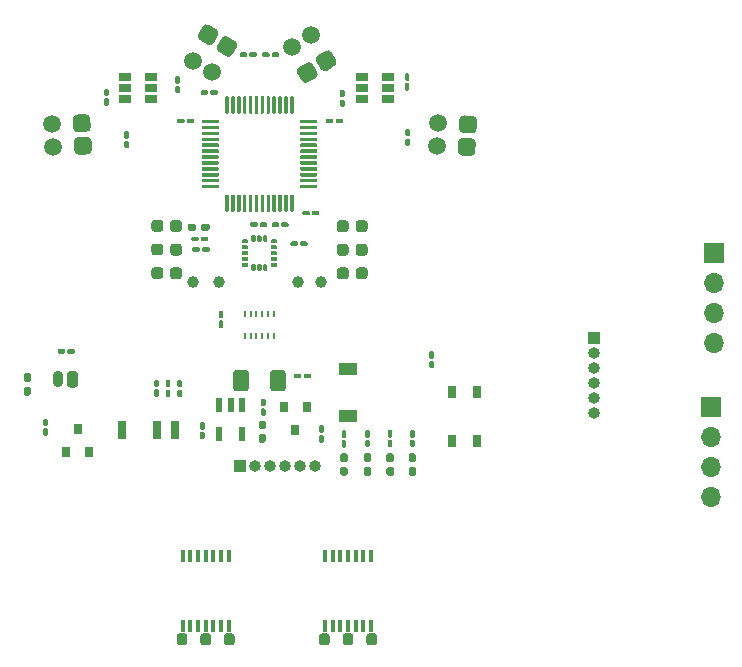
<source format=gts>
G04 #@! TF.GenerationSoftware,KiCad,Pcbnew,(5.1.7)-1*
G04 #@! TF.CreationDate,2021-12-01T00:11:57+09:00*
G04 #@! TF.ProjectId,lapis,6c617069-732e-46b6-9963-61645f706362,rev?*
G04 #@! TF.SameCoordinates,Original*
G04 #@! TF.FileFunction,Soldermask,Top*
G04 #@! TF.FilePolarity,Negative*
%FSLAX46Y46*%
G04 Gerber Fmt 4.6, Leading zero omitted, Abs format (unit mm)*
G04 Created by KiCad (PCBNEW (5.1.7)-1) date 2021-12-01 00:11:57*
%MOMM*%
%LPD*%
G01*
G04 APERTURE LIST*
%ADD10O,1.700000X1.700000*%
%ADD11R,1.700000X1.700000*%
%ADD12O,1.000000X1.000000*%
%ADD13R,1.000000X1.000000*%
%ADD14C,1.000000*%
%ADD15R,1.060000X0.650000*%
%ADD16R,0.650000X1.050000*%
%ADD17C,1.500000*%
%ADD18R,0.800000X0.900000*%
%ADD19R,1.600000X1.000000*%
%ADD20O,0.900000X1.400000*%
%ADD21R,0.450000X1.000000*%
%ADD22R,0.250000X0.500000*%
%ADD23R,0.600000X1.200000*%
%ADD24R,0.700000X1.500000*%
G04 APERTURE END LIST*
G36*
G01*
X158300000Y-119610000D02*
X158100000Y-119610000D01*
G75*
G02*
X158000000Y-119510000I0J100000D01*
G01*
X158000000Y-119075000D01*
G75*
G02*
X158100000Y-118975000I100000J0D01*
G01*
X158300000Y-118975000D01*
G75*
G02*
X158400000Y-119075000I0J-100000D01*
G01*
X158400000Y-119510000D01*
G75*
G02*
X158300000Y-119610000I-100000J0D01*
G01*
G37*
G36*
G01*
X158300000Y-120425000D02*
X158100000Y-120425000D01*
G75*
G02*
X158000000Y-120325000I0J100000D01*
G01*
X158000000Y-119890000D01*
G75*
G02*
X158100000Y-119790000I100000J0D01*
G01*
X158300000Y-119790000D01*
G75*
G02*
X158400000Y-119890000I0J-100000D01*
G01*
X158400000Y-120325000D01*
G75*
G02*
X158300000Y-120425000I-100000J0D01*
G01*
G37*
G36*
G01*
X156400000Y-119610000D02*
X156200000Y-119610000D01*
G75*
G02*
X156100000Y-119510000I0J100000D01*
G01*
X156100000Y-119075000D01*
G75*
G02*
X156200000Y-118975000I100000J0D01*
G01*
X156400000Y-118975000D01*
G75*
G02*
X156500000Y-119075000I0J-100000D01*
G01*
X156500000Y-119510000D01*
G75*
G02*
X156400000Y-119610000I-100000J0D01*
G01*
G37*
G36*
G01*
X156400000Y-120425000D02*
X156200000Y-120425000D01*
G75*
G02*
X156100000Y-120325000I0J100000D01*
G01*
X156100000Y-119890000D01*
G75*
G02*
X156200000Y-119790000I100000J0D01*
G01*
X156400000Y-119790000D01*
G75*
G02*
X156500000Y-119890000I0J-100000D01*
G01*
X156500000Y-120325000D01*
G75*
G02*
X156400000Y-120425000I-100000J0D01*
G01*
G37*
G36*
G01*
X154500000Y-119610000D02*
X154300000Y-119610000D01*
G75*
G02*
X154200000Y-119510000I0J100000D01*
G01*
X154200000Y-119075000D01*
G75*
G02*
X154300000Y-118975000I100000J0D01*
G01*
X154500000Y-118975000D01*
G75*
G02*
X154600000Y-119075000I0J-100000D01*
G01*
X154600000Y-119510000D01*
G75*
G02*
X154500000Y-119610000I-100000J0D01*
G01*
G37*
G36*
G01*
X154500000Y-120425000D02*
X154300000Y-120425000D01*
G75*
G02*
X154200000Y-120325000I0J100000D01*
G01*
X154200000Y-119890000D01*
G75*
G02*
X154300000Y-119790000I100000J0D01*
G01*
X154500000Y-119790000D01*
G75*
G02*
X154600000Y-119890000I0J-100000D01*
G01*
X154600000Y-120325000D01*
G75*
G02*
X154500000Y-120425000I-100000J0D01*
G01*
G37*
G36*
G01*
X152500000Y-119642500D02*
X152300000Y-119642500D01*
G75*
G02*
X152200000Y-119542500I0J100000D01*
G01*
X152200000Y-119107500D01*
G75*
G02*
X152300000Y-119007500I100000J0D01*
G01*
X152500000Y-119007500D01*
G75*
G02*
X152600000Y-119107500I0J-100000D01*
G01*
X152600000Y-119542500D01*
G75*
G02*
X152500000Y-119642500I-100000J0D01*
G01*
G37*
G36*
G01*
X152500000Y-120457500D02*
X152300000Y-120457500D01*
G75*
G02*
X152200000Y-120357500I0J100000D01*
G01*
X152200000Y-119922500D01*
G75*
G02*
X152300000Y-119822500I100000J0D01*
G01*
X152500000Y-119822500D01*
G75*
G02*
X152600000Y-119922500I0J-100000D01*
G01*
X152600000Y-120357500D01*
G75*
G02*
X152500000Y-120457500I-100000J0D01*
G01*
G37*
G36*
G01*
X142350000Y-92110000D02*
X142350000Y-90785000D01*
G75*
G02*
X142425000Y-90710000I75000J0D01*
G01*
X142575000Y-90710000D01*
G75*
G02*
X142650000Y-90785000I0J-75000D01*
G01*
X142650000Y-92110000D01*
G75*
G02*
X142575000Y-92185000I-75000J0D01*
G01*
X142425000Y-92185000D01*
G75*
G02*
X142350000Y-92110000I0J75000D01*
G01*
G37*
G36*
G01*
X142850000Y-92110000D02*
X142850000Y-90785000D01*
G75*
G02*
X142925000Y-90710000I75000J0D01*
G01*
X143075000Y-90710000D01*
G75*
G02*
X143150000Y-90785000I0J-75000D01*
G01*
X143150000Y-92110000D01*
G75*
G02*
X143075000Y-92185000I-75000J0D01*
G01*
X142925000Y-92185000D01*
G75*
G02*
X142850000Y-92110000I0J75000D01*
G01*
G37*
G36*
G01*
X143350000Y-92110000D02*
X143350000Y-90785000D01*
G75*
G02*
X143425000Y-90710000I75000J0D01*
G01*
X143575000Y-90710000D01*
G75*
G02*
X143650000Y-90785000I0J-75000D01*
G01*
X143650000Y-92110000D01*
G75*
G02*
X143575000Y-92185000I-75000J0D01*
G01*
X143425000Y-92185000D01*
G75*
G02*
X143350000Y-92110000I0J75000D01*
G01*
G37*
G36*
G01*
X143850000Y-92110000D02*
X143850000Y-90785000D01*
G75*
G02*
X143925000Y-90710000I75000J0D01*
G01*
X144075000Y-90710000D01*
G75*
G02*
X144150000Y-90785000I0J-75000D01*
G01*
X144150000Y-92110000D01*
G75*
G02*
X144075000Y-92185000I-75000J0D01*
G01*
X143925000Y-92185000D01*
G75*
G02*
X143850000Y-92110000I0J75000D01*
G01*
G37*
G36*
G01*
X144350000Y-92110000D02*
X144350000Y-90785000D01*
G75*
G02*
X144425000Y-90710000I75000J0D01*
G01*
X144575000Y-90710000D01*
G75*
G02*
X144650000Y-90785000I0J-75000D01*
G01*
X144650000Y-92110000D01*
G75*
G02*
X144575000Y-92185000I-75000J0D01*
G01*
X144425000Y-92185000D01*
G75*
G02*
X144350000Y-92110000I0J75000D01*
G01*
G37*
G36*
G01*
X144850000Y-92110000D02*
X144850000Y-90785000D01*
G75*
G02*
X144925000Y-90710000I75000J0D01*
G01*
X145075000Y-90710000D01*
G75*
G02*
X145150000Y-90785000I0J-75000D01*
G01*
X145150000Y-92110000D01*
G75*
G02*
X145075000Y-92185000I-75000J0D01*
G01*
X144925000Y-92185000D01*
G75*
G02*
X144850000Y-92110000I0J75000D01*
G01*
G37*
G36*
G01*
X145350000Y-92110000D02*
X145350000Y-90785000D01*
G75*
G02*
X145425000Y-90710000I75000J0D01*
G01*
X145575000Y-90710000D01*
G75*
G02*
X145650000Y-90785000I0J-75000D01*
G01*
X145650000Y-92110000D01*
G75*
G02*
X145575000Y-92185000I-75000J0D01*
G01*
X145425000Y-92185000D01*
G75*
G02*
X145350000Y-92110000I0J75000D01*
G01*
G37*
G36*
G01*
X145850000Y-92110000D02*
X145850000Y-90785000D01*
G75*
G02*
X145925000Y-90710000I75000J0D01*
G01*
X146075000Y-90710000D01*
G75*
G02*
X146150000Y-90785000I0J-75000D01*
G01*
X146150000Y-92110000D01*
G75*
G02*
X146075000Y-92185000I-75000J0D01*
G01*
X145925000Y-92185000D01*
G75*
G02*
X145850000Y-92110000I0J75000D01*
G01*
G37*
G36*
G01*
X146350000Y-92110000D02*
X146350000Y-90785000D01*
G75*
G02*
X146425000Y-90710000I75000J0D01*
G01*
X146575000Y-90710000D01*
G75*
G02*
X146650000Y-90785000I0J-75000D01*
G01*
X146650000Y-92110000D01*
G75*
G02*
X146575000Y-92185000I-75000J0D01*
G01*
X146425000Y-92185000D01*
G75*
G02*
X146350000Y-92110000I0J75000D01*
G01*
G37*
G36*
G01*
X146850000Y-92110000D02*
X146850000Y-90785000D01*
G75*
G02*
X146925000Y-90710000I75000J0D01*
G01*
X147075000Y-90710000D01*
G75*
G02*
X147150000Y-90785000I0J-75000D01*
G01*
X147150000Y-92110000D01*
G75*
G02*
X147075000Y-92185000I-75000J0D01*
G01*
X146925000Y-92185000D01*
G75*
G02*
X146850000Y-92110000I0J75000D01*
G01*
G37*
G36*
G01*
X147350000Y-92110000D02*
X147350000Y-90785000D01*
G75*
G02*
X147425000Y-90710000I75000J0D01*
G01*
X147575000Y-90710000D01*
G75*
G02*
X147650000Y-90785000I0J-75000D01*
G01*
X147650000Y-92110000D01*
G75*
G02*
X147575000Y-92185000I-75000J0D01*
G01*
X147425000Y-92185000D01*
G75*
G02*
X147350000Y-92110000I0J75000D01*
G01*
G37*
G36*
G01*
X147850000Y-92110000D02*
X147850000Y-90785000D01*
G75*
G02*
X147925000Y-90710000I75000J0D01*
G01*
X148075000Y-90710000D01*
G75*
G02*
X148150000Y-90785000I0J-75000D01*
G01*
X148150000Y-92110000D01*
G75*
G02*
X148075000Y-92185000I-75000J0D01*
G01*
X147925000Y-92185000D01*
G75*
G02*
X147850000Y-92110000I0J75000D01*
G01*
G37*
G36*
G01*
X148675000Y-92935000D02*
X148675000Y-92785000D01*
G75*
G02*
X148750000Y-92710000I75000J0D01*
G01*
X150075000Y-92710000D01*
G75*
G02*
X150150000Y-92785000I0J-75000D01*
G01*
X150150000Y-92935000D01*
G75*
G02*
X150075000Y-93010000I-75000J0D01*
G01*
X148750000Y-93010000D01*
G75*
G02*
X148675000Y-92935000I0J75000D01*
G01*
G37*
G36*
G01*
X148675000Y-93435000D02*
X148675000Y-93285000D01*
G75*
G02*
X148750000Y-93210000I75000J0D01*
G01*
X150075000Y-93210000D01*
G75*
G02*
X150150000Y-93285000I0J-75000D01*
G01*
X150150000Y-93435000D01*
G75*
G02*
X150075000Y-93510000I-75000J0D01*
G01*
X148750000Y-93510000D01*
G75*
G02*
X148675000Y-93435000I0J75000D01*
G01*
G37*
G36*
G01*
X148675000Y-93935000D02*
X148675000Y-93785000D01*
G75*
G02*
X148750000Y-93710000I75000J0D01*
G01*
X150075000Y-93710000D01*
G75*
G02*
X150150000Y-93785000I0J-75000D01*
G01*
X150150000Y-93935000D01*
G75*
G02*
X150075000Y-94010000I-75000J0D01*
G01*
X148750000Y-94010000D01*
G75*
G02*
X148675000Y-93935000I0J75000D01*
G01*
G37*
G36*
G01*
X148675000Y-94435000D02*
X148675000Y-94285000D01*
G75*
G02*
X148750000Y-94210000I75000J0D01*
G01*
X150075000Y-94210000D01*
G75*
G02*
X150150000Y-94285000I0J-75000D01*
G01*
X150150000Y-94435000D01*
G75*
G02*
X150075000Y-94510000I-75000J0D01*
G01*
X148750000Y-94510000D01*
G75*
G02*
X148675000Y-94435000I0J75000D01*
G01*
G37*
G36*
G01*
X148675000Y-94935000D02*
X148675000Y-94785000D01*
G75*
G02*
X148750000Y-94710000I75000J0D01*
G01*
X150075000Y-94710000D01*
G75*
G02*
X150150000Y-94785000I0J-75000D01*
G01*
X150150000Y-94935000D01*
G75*
G02*
X150075000Y-95010000I-75000J0D01*
G01*
X148750000Y-95010000D01*
G75*
G02*
X148675000Y-94935000I0J75000D01*
G01*
G37*
G36*
G01*
X148675000Y-95435000D02*
X148675000Y-95285000D01*
G75*
G02*
X148750000Y-95210000I75000J0D01*
G01*
X150075000Y-95210000D01*
G75*
G02*
X150150000Y-95285000I0J-75000D01*
G01*
X150150000Y-95435000D01*
G75*
G02*
X150075000Y-95510000I-75000J0D01*
G01*
X148750000Y-95510000D01*
G75*
G02*
X148675000Y-95435000I0J75000D01*
G01*
G37*
G36*
G01*
X148675000Y-95935000D02*
X148675000Y-95785000D01*
G75*
G02*
X148750000Y-95710000I75000J0D01*
G01*
X150075000Y-95710000D01*
G75*
G02*
X150150000Y-95785000I0J-75000D01*
G01*
X150150000Y-95935000D01*
G75*
G02*
X150075000Y-96010000I-75000J0D01*
G01*
X148750000Y-96010000D01*
G75*
G02*
X148675000Y-95935000I0J75000D01*
G01*
G37*
G36*
G01*
X148675000Y-96435000D02*
X148675000Y-96285000D01*
G75*
G02*
X148750000Y-96210000I75000J0D01*
G01*
X150075000Y-96210000D01*
G75*
G02*
X150150000Y-96285000I0J-75000D01*
G01*
X150150000Y-96435000D01*
G75*
G02*
X150075000Y-96510000I-75000J0D01*
G01*
X148750000Y-96510000D01*
G75*
G02*
X148675000Y-96435000I0J75000D01*
G01*
G37*
G36*
G01*
X148675000Y-96935000D02*
X148675000Y-96785000D01*
G75*
G02*
X148750000Y-96710000I75000J0D01*
G01*
X150075000Y-96710000D01*
G75*
G02*
X150150000Y-96785000I0J-75000D01*
G01*
X150150000Y-96935000D01*
G75*
G02*
X150075000Y-97010000I-75000J0D01*
G01*
X148750000Y-97010000D01*
G75*
G02*
X148675000Y-96935000I0J75000D01*
G01*
G37*
G36*
G01*
X148675000Y-97435000D02*
X148675000Y-97285000D01*
G75*
G02*
X148750000Y-97210000I75000J0D01*
G01*
X150075000Y-97210000D01*
G75*
G02*
X150150000Y-97285000I0J-75000D01*
G01*
X150150000Y-97435000D01*
G75*
G02*
X150075000Y-97510000I-75000J0D01*
G01*
X148750000Y-97510000D01*
G75*
G02*
X148675000Y-97435000I0J75000D01*
G01*
G37*
G36*
G01*
X148675000Y-97935000D02*
X148675000Y-97785000D01*
G75*
G02*
X148750000Y-97710000I75000J0D01*
G01*
X150075000Y-97710000D01*
G75*
G02*
X150150000Y-97785000I0J-75000D01*
G01*
X150150000Y-97935000D01*
G75*
G02*
X150075000Y-98010000I-75000J0D01*
G01*
X148750000Y-98010000D01*
G75*
G02*
X148675000Y-97935000I0J75000D01*
G01*
G37*
G36*
G01*
X148675000Y-98435000D02*
X148675000Y-98285000D01*
G75*
G02*
X148750000Y-98210000I75000J0D01*
G01*
X150075000Y-98210000D01*
G75*
G02*
X150150000Y-98285000I0J-75000D01*
G01*
X150150000Y-98435000D01*
G75*
G02*
X150075000Y-98510000I-75000J0D01*
G01*
X148750000Y-98510000D01*
G75*
G02*
X148675000Y-98435000I0J75000D01*
G01*
G37*
G36*
G01*
X147850000Y-100435000D02*
X147850000Y-99110000D01*
G75*
G02*
X147925000Y-99035000I75000J0D01*
G01*
X148075000Y-99035000D01*
G75*
G02*
X148150000Y-99110000I0J-75000D01*
G01*
X148150000Y-100435000D01*
G75*
G02*
X148075000Y-100510000I-75000J0D01*
G01*
X147925000Y-100510000D01*
G75*
G02*
X147850000Y-100435000I0J75000D01*
G01*
G37*
G36*
G01*
X147350000Y-100435000D02*
X147350000Y-99110000D01*
G75*
G02*
X147425000Y-99035000I75000J0D01*
G01*
X147575000Y-99035000D01*
G75*
G02*
X147650000Y-99110000I0J-75000D01*
G01*
X147650000Y-100435000D01*
G75*
G02*
X147575000Y-100510000I-75000J0D01*
G01*
X147425000Y-100510000D01*
G75*
G02*
X147350000Y-100435000I0J75000D01*
G01*
G37*
G36*
G01*
X146850000Y-100435000D02*
X146850000Y-99110000D01*
G75*
G02*
X146925000Y-99035000I75000J0D01*
G01*
X147075000Y-99035000D01*
G75*
G02*
X147150000Y-99110000I0J-75000D01*
G01*
X147150000Y-100435000D01*
G75*
G02*
X147075000Y-100510000I-75000J0D01*
G01*
X146925000Y-100510000D01*
G75*
G02*
X146850000Y-100435000I0J75000D01*
G01*
G37*
G36*
G01*
X146350000Y-100435000D02*
X146350000Y-99110000D01*
G75*
G02*
X146425000Y-99035000I75000J0D01*
G01*
X146575000Y-99035000D01*
G75*
G02*
X146650000Y-99110000I0J-75000D01*
G01*
X146650000Y-100435000D01*
G75*
G02*
X146575000Y-100510000I-75000J0D01*
G01*
X146425000Y-100510000D01*
G75*
G02*
X146350000Y-100435000I0J75000D01*
G01*
G37*
G36*
G01*
X145850000Y-100435000D02*
X145850000Y-99110000D01*
G75*
G02*
X145925000Y-99035000I75000J0D01*
G01*
X146075000Y-99035000D01*
G75*
G02*
X146150000Y-99110000I0J-75000D01*
G01*
X146150000Y-100435000D01*
G75*
G02*
X146075000Y-100510000I-75000J0D01*
G01*
X145925000Y-100510000D01*
G75*
G02*
X145850000Y-100435000I0J75000D01*
G01*
G37*
G36*
G01*
X145350000Y-100435000D02*
X145350000Y-99110000D01*
G75*
G02*
X145425000Y-99035000I75000J0D01*
G01*
X145575000Y-99035000D01*
G75*
G02*
X145650000Y-99110000I0J-75000D01*
G01*
X145650000Y-100435000D01*
G75*
G02*
X145575000Y-100510000I-75000J0D01*
G01*
X145425000Y-100510000D01*
G75*
G02*
X145350000Y-100435000I0J75000D01*
G01*
G37*
G36*
G01*
X144850000Y-100435000D02*
X144850000Y-99110000D01*
G75*
G02*
X144925000Y-99035000I75000J0D01*
G01*
X145075000Y-99035000D01*
G75*
G02*
X145150000Y-99110000I0J-75000D01*
G01*
X145150000Y-100435000D01*
G75*
G02*
X145075000Y-100510000I-75000J0D01*
G01*
X144925000Y-100510000D01*
G75*
G02*
X144850000Y-100435000I0J75000D01*
G01*
G37*
G36*
G01*
X144350000Y-100435000D02*
X144350000Y-99110000D01*
G75*
G02*
X144425000Y-99035000I75000J0D01*
G01*
X144575000Y-99035000D01*
G75*
G02*
X144650000Y-99110000I0J-75000D01*
G01*
X144650000Y-100435000D01*
G75*
G02*
X144575000Y-100510000I-75000J0D01*
G01*
X144425000Y-100510000D01*
G75*
G02*
X144350000Y-100435000I0J75000D01*
G01*
G37*
G36*
G01*
X143850000Y-100435000D02*
X143850000Y-99110000D01*
G75*
G02*
X143925000Y-99035000I75000J0D01*
G01*
X144075000Y-99035000D01*
G75*
G02*
X144150000Y-99110000I0J-75000D01*
G01*
X144150000Y-100435000D01*
G75*
G02*
X144075000Y-100510000I-75000J0D01*
G01*
X143925000Y-100510000D01*
G75*
G02*
X143850000Y-100435000I0J75000D01*
G01*
G37*
G36*
G01*
X143350000Y-100435000D02*
X143350000Y-99110000D01*
G75*
G02*
X143425000Y-99035000I75000J0D01*
G01*
X143575000Y-99035000D01*
G75*
G02*
X143650000Y-99110000I0J-75000D01*
G01*
X143650000Y-100435000D01*
G75*
G02*
X143575000Y-100510000I-75000J0D01*
G01*
X143425000Y-100510000D01*
G75*
G02*
X143350000Y-100435000I0J75000D01*
G01*
G37*
G36*
G01*
X142850000Y-100435000D02*
X142850000Y-99110000D01*
G75*
G02*
X142925000Y-99035000I75000J0D01*
G01*
X143075000Y-99035000D01*
G75*
G02*
X143150000Y-99110000I0J-75000D01*
G01*
X143150000Y-100435000D01*
G75*
G02*
X143075000Y-100510000I-75000J0D01*
G01*
X142925000Y-100510000D01*
G75*
G02*
X142850000Y-100435000I0J75000D01*
G01*
G37*
G36*
G01*
X142350000Y-100435000D02*
X142350000Y-99110000D01*
G75*
G02*
X142425000Y-99035000I75000J0D01*
G01*
X142575000Y-99035000D01*
G75*
G02*
X142650000Y-99110000I0J-75000D01*
G01*
X142650000Y-100435000D01*
G75*
G02*
X142575000Y-100510000I-75000J0D01*
G01*
X142425000Y-100510000D01*
G75*
G02*
X142350000Y-100435000I0J75000D01*
G01*
G37*
G36*
G01*
X140350000Y-98435000D02*
X140350000Y-98285000D01*
G75*
G02*
X140425000Y-98210000I75000J0D01*
G01*
X141750000Y-98210000D01*
G75*
G02*
X141825000Y-98285000I0J-75000D01*
G01*
X141825000Y-98435000D01*
G75*
G02*
X141750000Y-98510000I-75000J0D01*
G01*
X140425000Y-98510000D01*
G75*
G02*
X140350000Y-98435000I0J75000D01*
G01*
G37*
G36*
G01*
X140350000Y-97935000D02*
X140350000Y-97785000D01*
G75*
G02*
X140425000Y-97710000I75000J0D01*
G01*
X141750000Y-97710000D01*
G75*
G02*
X141825000Y-97785000I0J-75000D01*
G01*
X141825000Y-97935000D01*
G75*
G02*
X141750000Y-98010000I-75000J0D01*
G01*
X140425000Y-98010000D01*
G75*
G02*
X140350000Y-97935000I0J75000D01*
G01*
G37*
G36*
G01*
X140350000Y-97435000D02*
X140350000Y-97285000D01*
G75*
G02*
X140425000Y-97210000I75000J0D01*
G01*
X141750000Y-97210000D01*
G75*
G02*
X141825000Y-97285000I0J-75000D01*
G01*
X141825000Y-97435000D01*
G75*
G02*
X141750000Y-97510000I-75000J0D01*
G01*
X140425000Y-97510000D01*
G75*
G02*
X140350000Y-97435000I0J75000D01*
G01*
G37*
G36*
G01*
X140350000Y-96935000D02*
X140350000Y-96785000D01*
G75*
G02*
X140425000Y-96710000I75000J0D01*
G01*
X141750000Y-96710000D01*
G75*
G02*
X141825000Y-96785000I0J-75000D01*
G01*
X141825000Y-96935000D01*
G75*
G02*
X141750000Y-97010000I-75000J0D01*
G01*
X140425000Y-97010000D01*
G75*
G02*
X140350000Y-96935000I0J75000D01*
G01*
G37*
G36*
G01*
X140350000Y-96435000D02*
X140350000Y-96285000D01*
G75*
G02*
X140425000Y-96210000I75000J0D01*
G01*
X141750000Y-96210000D01*
G75*
G02*
X141825000Y-96285000I0J-75000D01*
G01*
X141825000Y-96435000D01*
G75*
G02*
X141750000Y-96510000I-75000J0D01*
G01*
X140425000Y-96510000D01*
G75*
G02*
X140350000Y-96435000I0J75000D01*
G01*
G37*
G36*
G01*
X140350000Y-95935000D02*
X140350000Y-95785000D01*
G75*
G02*
X140425000Y-95710000I75000J0D01*
G01*
X141750000Y-95710000D01*
G75*
G02*
X141825000Y-95785000I0J-75000D01*
G01*
X141825000Y-95935000D01*
G75*
G02*
X141750000Y-96010000I-75000J0D01*
G01*
X140425000Y-96010000D01*
G75*
G02*
X140350000Y-95935000I0J75000D01*
G01*
G37*
G36*
G01*
X140350000Y-95435000D02*
X140350000Y-95285000D01*
G75*
G02*
X140425000Y-95210000I75000J0D01*
G01*
X141750000Y-95210000D01*
G75*
G02*
X141825000Y-95285000I0J-75000D01*
G01*
X141825000Y-95435000D01*
G75*
G02*
X141750000Y-95510000I-75000J0D01*
G01*
X140425000Y-95510000D01*
G75*
G02*
X140350000Y-95435000I0J75000D01*
G01*
G37*
G36*
G01*
X140350000Y-94935000D02*
X140350000Y-94785000D01*
G75*
G02*
X140425000Y-94710000I75000J0D01*
G01*
X141750000Y-94710000D01*
G75*
G02*
X141825000Y-94785000I0J-75000D01*
G01*
X141825000Y-94935000D01*
G75*
G02*
X141750000Y-95010000I-75000J0D01*
G01*
X140425000Y-95010000D01*
G75*
G02*
X140350000Y-94935000I0J75000D01*
G01*
G37*
G36*
G01*
X140350000Y-94435000D02*
X140350000Y-94285000D01*
G75*
G02*
X140425000Y-94210000I75000J0D01*
G01*
X141750000Y-94210000D01*
G75*
G02*
X141825000Y-94285000I0J-75000D01*
G01*
X141825000Y-94435000D01*
G75*
G02*
X141750000Y-94510000I-75000J0D01*
G01*
X140425000Y-94510000D01*
G75*
G02*
X140350000Y-94435000I0J75000D01*
G01*
G37*
G36*
G01*
X140350000Y-93935000D02*
X140350000Y-93785000D01*
G75*
G02*
X140425000Y-93710000I75000J0D01*
G01*
X141750000Y-93710000D01*
G75*
G02*
X141825000Y-93785000I0J-75000D01*
G01*
X141825000Y-93935000D01*
G75*
G02*
X141750000Y-94010000I-75000J0D01*
G01*
X140425000Y-94010000D01*
G75*
G02*
X140350000Y-93935000I0J75000D01*
G01*
G37*
G36*
G01*
X140350000Y-93435000D02*
X140350000Y-93285000D01*
G75*
G02*
X140425000Y-93210000I75000J0D01*
G01*
X141750000Y-93210000D01*
G75*
G02*
X141825000Y-93285000I0J-75000D01*
G01*
X141825000Y-93435000D01*
G75*
G02*
X141750000Y-93510000I-75000J0D01*
G01*
X140425000Y-93510000D01*
G75*
G02*
X140350000Y-93435000I0J75000D01*
G01*
G37*
G36*
G01*
X140350000Y-92935000D02*
X140350000Y-92785000D01*
G75*
G02*
X140425000Y-92710000I75000J0D01*
G01*
X141750000Y-92710000D01*
G75*
G02*
X141825000Y-92785000I0J-75000D01*
G01*
X141825000Y-92935000D01*
G75*
G02*
X141750000Y-93010000I-75000J0D01*
G01*
X140425000Y-93010000D01*
G75*
G02*
X140350000Y-92935000I0J75000D01*
G01*
G37*
G36*
G01*
X149697500Y-100700000D02*
X149697500Y-100500000D01*
G75*
G02*
X149797500Y-100400000I100000J0D01*
G01*
X150232500Y-100400000D01*
G75*
G02*
X150332500Y-100500000I0J-100000D01*
G01*
X150332500Y-100700000D01*
G75*
G02*
X150232500Y-100800000I-100000J0D01*
G01*
X149797500Y-100800000D01*
G75*
G02*
X149697500Y-100700000I0J100000D01*
G01*
G37*
G36*
G01*
X148882500Y-100700000D02*
X148882500Y-100500000D01*
G75*
G02*
X148982500Y-100400000I100000J0D01*
G01*
X149417500Y-100400000D01*
G75*
G02*
X149517500Y-100500000I0J-100000D01*
G01*
X149517500Y-100700000D01*
G75*
G02*
X149417500Y-100800000I-100000J0D01*
G01*
X148982500Y-100800000D01*
G75*
G02*
X148882500Y-100700000I0J100000D01*
G01*
G37*
D10*
X183500000Y-124620000D03*
X183500000Y-122080000D03*
X183500000Y-119540000D03*
D11*
X183500000Y-117000000D03*
D10*
X183750000Y-111620000D03*
X183750000Y-109080000D03*
X183750000Y-106540000D03*
D11*
X183750000Y-104000000D03*
D12*
X173550000Y-117525000D03*
X173550000Y-116255000D03*
X173550000Y-114985000D03*
X173550000Y-113715000D03*
X173550000Y-112445000D03*
D13*
X173550000Y-111175000D03*
G36*
G01*
X140110000Y-102700000D02*
X140110000Y-102900000D01*
G75*
G02*
X140010000Y-103000000I-100000J0D01*
G01*
X139575000Y-103000000D01*
G75*
G02*
X139475000Y-102900000I0J100000D01*
G01*
X139475000Y-102700000D01*
G75*
G02*
X139575000Y-102600000I100000J0D01*
G01*
X140010000Y-102600000D01*
G75*
G02*
X140110000Y-102700000I0J-100000D01*
G01*
G37*
G36*
G01*
X140925000Y-102700000D02*
X140925000Y-102900000D01*
G75*
G02*
X140825000Y-103000000I-100000J0D01*
G01*
X140390000Y-103000000D01*
G75*
G02*
X140290000Y-102900000I0J100000D01*
G01*
X140290000Y-102700000D01*
G75*
G02*
X140390000Y-102600000I100000J0D01*
G01*
X140825000Y-102600000D01*
G75*
G02*
X140925000Y-102700000I0J-100000D01*
G01*
G37*
X143580000Y-121990000D03*
D12*
X144850000Y-121990000D03*
X146120000Y-121990000D03*
X147390000Y-121990000D03*
X148660000Y-121990000D03*
X149930000Y-121990000D03*
G36*
G01*
X145110000Y-101500000D02*
X145110000Y-101700000D01*
G75*
G02*
X145010000Y-101800000I-100000J0D01*
G01*
X144575000Y-101800000D01*
G75*
G02*
X144475000Y-101700000I0J100000D01*
G01*
X144475000Y-101500000D01*
G75*
G02*
X144575000Y-101400000I100000J0D01*
G01*
X145010000Y-101400000D01*
G75*
G02*
X145110000Y-101500000I0J-100000D01*
G01*
G37*
G36*
G01*
X145925000Y-101500000D02*
X145925000Y-101700000D01*
G75*
G02*
X145825000Y-101800000I-100000J0D01*
G01*
X145390000Y-101800000D01*
G75*
G02*
X145290000Y-101700000I0J100000D01*
G01*
X145290000Y-101500000D01*
G75*
G02*
X145390000Y-101400000I100000J0D01*
G01*
X145825000Y-101400000D01*
G75*
G02*
X145925000Y-101500000I0J-100000D01*
G01*
G37*
G36*
G01*
X138910000Y-92700000D02*
X138910000Y-92900000D01*
G75*
G02*
X138810000Y-93000000I-100000J0D01*
G01*
X138375000Y-93000000D01*
G75*
G02*
X138275000Y-92900000I0J100000D01*
G01*
X138275000Y-92700000D01*
G75*
G02*
X138375000Y-92600000I100000J0D01*
G01*
X138810000Y-92600000D01*
G75*
G02*
X138910000Y-92700000I0J-100000D01*
G01*
G37*
G36*
G01*
X139725000Y-92700000D02*
X139725000Y-92900000D01*
G75*
G02*
X139625000Y-93000000I-100000J0D01*
G01*
X139190000Y-93000000D01*
G75*
G02*
X139090000Y-92900000I0J100000D01*
G01*
X139090000Y-92700000D01*
G75*
G02*
X139190000Y-92600000I100000J0D01*
G01*
X139625000Y-92600000D01*
G75*
G02*
X139725000Y-92700000I0J-100000D01*
G01*
G37*
G36*
G01*
X147090000Y-101700000D02*
X147090000Y-101500000D01*
G75*
G02*
X147190000Y-101400000I100000J0D01*
G01*
X147625000Y-101400000D01*
G75*
G02*
X147725000Y-101500000I0J-100000D01*
G01*
X147725000Y-101700000D01*
G75*
G02*
X147625000Y-101800000I-100000J0D01*
G01*
X147190000Y-101800000D01*
G75*
G02*
X147090000Y-101700000I0J100000D01*
G01*
G37*
G36*
G01*
X146275000Y-101700000D02*
X146275000Y-101500000D01*
G75*
G02*
X146375000Y-101400000I100000J0D01*
G01*
X146810000Y-101400000D01*
G75*
G02*
X146910000Y-101500000I0J-100000D01*
G01*
X146910000Y-101700000D01*
G75*
G02*
X146810000Y-101800000I-100000J0D01*
G01*
X146375000Y-101800000D01*
G75*
G02*
X146275000Y-101700000I0J100000D01*
G01*
G37*
G36*
G01*
X151690000Y-92900000D02*
X151690000Y-92700000D01*
G75*
G02*
X151790000Y-92600000I100000J0D01*
G01*
X152225000Y-92600000D01*
G75*
G02*
X152325000Y-92700000I0J-100000D01*
G01*
X152325000Y-92900000D01*
G75*
G02*
X152225000Y-93000000I-100000J0D01*
G01*
X151790000Y-93000000D01*
G75*
G02*
X151690000Y-92900000I0J100000D01*
G01*
G37*
G36*
G01*
X150875000Y-92900000D02*
X150875000Y-92700000D01*
G75*
G02*
X150975000Y-92600000I100000J0D01*
G01*
X151410000Y-92600000D01*
G75*
G02*
X151510000Y-92700000I0J-100000D01*
G01*
X151510000Y-92900000D01*
G75*
G02*
X151410000Y-93000000I-100000J0D01*
G01*
X150975000Y-93000000D01*
G75*
G02*
X150875000Y-92900000I0J100000D01*
G01*
G37*
G36*
G01*
X140910000Y-90300000D02*
X140910000Y-90500000D01*
G75*
G02*
X140810000Y-90600000I-100000J0D01*
G01*
X140375000Y-90600000D01*
G75*
G02*
X140275000Y-90500000I0J100000D01*
G01*
X140275000Y-90300000D01*
G75*
G02*
X140375000Y-90200000I100000J0D01*
G01*
X140810000Y-90200000D01*
G75*
G02*
X140910000Y-90300000I0J-100000D01*
G01*
G37*
G36*
G01*
X141725000Y-90300000D02*
X141725000Y-90500000D01*
G75*
G02*
X141625000Y-90600000I-100000J0D01*
G01*
X141190000Y-90600000D01*
G75*
G02*
X141090000Y-90500000I0J100000D01*
G01*
X141090000Y-90300000D01*
G75*
G02*
X141190000Y-90200000I100000J0D01*
G01*
X141625000Y-90200000D01*
G75*
G02*
X141725000Y-90300000I0J-100000D01*
G01*
G37*
G36*
G01*
X144575000Y-102962500D02*
X144575000Y-102587500D01*
G75*
G02*
X144662500Y-102500000I87500J0D01*
G01*
X144837500Y-102500000D01*
G75*
G02*
X144925000Y-102587500I0J-87500D01*
G01*
X144925000Y-102962500D01*
G75*
G02*
X144837500Y-103050000I-87500J0D01*
G01*
X144662500Y-103050000D01*
G75*
G02*
X144575000Y-102962500I0J87500D01*
G01*
G37*
G36*
G01*
X145075000Y-102962500D02*
X145075000Y-102587500D01*
G75*
G02*
X145162500Y-102500000I87500J0D01*
G01*
X145337500Y-102500000D01*
G75*
G02*
X145425000Y-102587500I0J-87500D01*
G01*
X145425000Y-102962500D01*
G75*
G02*
X145337500Y-103050000I-87500J0D01*
G01*
X145162500Y-103050000D01*
G75*
G02*
X145075000Y-102962500I0J87500D01*
G01*
G37*
G36*
G01*
X145575000Y-102962500D02*
X145575000Y-102587500D01*
G75*
G02*
X145662500Y-102500000I87500J0D01*
G01*
X145837500Y-102500000D01*
G75*
G02*
X145925000Y-102587500I0J-87500D01*
G01*
X145925000Y-102962500D01*
G75*
G02*
X145837500Y-103050000I-87500J0D01*
G01*
X145662500Y-103050000D01*
G75*
G02*
X145575000Y-102962500I0J87500D01*
G01*
G37*
G36*
G01*
X146200000Y-103087500D02*
X146200000Y-102912500D01*
G75*
G02*
X146287500Y-102825000I87500J0D01*
G01*
X146662500Y-102825000D01*
G75*
G02*
X146750000Y-102912500I0J-87500D01*
G01*
X146750000Y-103087500D01*
G75*
G02*
X146662500Y-103175000I-87500J0D01*
G01*
X146287500Y-103175000D01*
G75*
G02*
X146200000Y-103087500I0J87500D01*
G01*
G37*
G36*
G01*
X146200000Y-103587500D02*
X146200000Y-103412500D01*
G75*
G02*
X146287500Y-103325000I87500J0D01*
G01*
X146662500Y-103325000D01*
G75*
G02*
X146750000Y-103412500I0J-87500D01*
G01*
X146750000Y-103587500D01*
G75*
G02*
X146662500Y-103675000I-87500J0D01*
G01*
X146287500Y-103675000D01*
G75*
G02*
X146200000Y-103587500I0J87500D01*
G01*
G37*
G36*
G01*
X146200000Y-104087500D02*
X146200000Y-103912500D01*
G75*
G02*
X146287500Y-103825000I87500J0D01*
G01*
X146662500Y-103825000D01*
G75*
G02*
X146750000Y-103912500I0J-87500D01*
G01*
X146750000Y-104087500D01*
G75*
G02*
X146662500Y-104175000I-87500J0D01*
G01*
X146287500Y-104175000D01*
G75*
G02*
X146200000Y-104087500I0J87500D01*
G01*
G37*
G36*
G01*
X146200000Y-104587500D02*
X146200000Y-104412500D01*
G75*
G02*
X146287500Y-104325000I87500J0D01*
G01*
X146662500Y-104325000D01*
G75*
G02*
X146750000Y-104412500I0J-87500D01*
G01*
X146750000Y-104587500D01*
G75*
G02*
X146662500Y-104675000I-87500J0D01*
G01*
X146287500Y-104675000D01*
G75*
G02*
X146200000Y-104587500I0J87500D01*
G01*
G37*
G36*
G01*
X146200000Y-105087500D02*
X146200000Y-104912500D01*
G75*
G02*
X146287500Y-104825000I87500J0D01*
G01*
X146662500Y-104825000D01*
G75*
G02*
X146750000Y-104912500I0J-87500D01*
G01*
X146750000Y-105087500D01*
G75*
G02*
X146662500Y-105175000I-87500J0D01*
G01*
X146287500Y-105175000D01*
G75*
G02*
X146200000Y-105087500I0J87500D01*
G01*
G37*
G36*
G01*
X145575000Y-105412500D02*
X145575000Y-105037500D01*
G75*
G02*
X145662500Y-104950000I87500J0D01*
G01*
X145837500Y-104950000D01*
G75*
G02*
X145925000Y-105037500I0J-87500D01*
G01*
X145925000Y-105412500D01*
G75*
G02*
X145837500Y-105500000I-87500J0D01*
G01*
X145662500Y-105500000D01*
G75*
G02*
X145575000Y-105412500I0J87500D01*
G01*
G37*
G36*
G01*
X145075000Y-105412500D02*
X145075000Y-105037500D01*
G75*
G02*
X145162500Y-104950000I87500J0D01*
G01*
X145337500Y-104950000D01*
G75*
G02*
X145425000Y-105037500I0J-87500D01*
G01*
X145425000Y-105412500D01*
G75*
G02*
X145337500Y-105500000I-87500J0D01*
G01*
X145162500Y-105500000D01*
G75*
G02*
X145075000Y-105412500I0J87500D01*
G01*
G37*
G36*
G01*
X144575000Y-105412500D02*
X144575000Y-105037500D01*
G75*
G02*
X144662500Y-104950000I87500J0D01*
G01*
X144837500Y-104950000D01*
G75*
G02*
X144925000Y-105037500I0J-87500D01*
G01*
X144925000Y-105412500D01*
G75*
G02*
X144837500Y-105500000I-87500J0D01*
G01*
X144662500Y-105500000D01*
G75*
G02*
X144575000Y-105412500I0J87500D01*
G01*
G37*
G36*
G01*
X143750000Y-105087500D02*
X143750000Y-104912500D01*
G75*
G02*
X143837500Y-104825000I87500J0D01*
G01*
X144212500Y-104825000D01*
G75*
G02*
X144300000Y-104912500I0J-87500D01*
G01*
X144300000Y-105087500D01*
G75*
G02*
X144212500Y-105175000I-87500J0D01*
G01*
X143837500Y-105175000D01*
G75*
G02*
X143750000Y-105087500I0J87500D01*
G01*
G37*
G36*
G01*
X143750000Y-104587500D02*
X143750000Y-104412500D01*
G75*
G02*
X143837500Y-104325000I87500J0D01*
G01*
X144212500Y-104325000D01*
G75*
G02*
X144300000Y-104412500I0J-87500D01*
G01*
X144300000Y-104587500D01*
G75*
G02*
X144212500Y-104675000I-87500J0D01*
G01*
X143837500Y-104675000D01*
G75*
G02*
X143750000Y-104587500I0J87500D01*
G01*
G37*
G36*
G01*
X143750000Y-104087500D02*
X143750000Y-103912500D01*
G75*
G02*
X143837500Y-103825000I87500J0D01*
G01*
X144212500Y-103825000D01*
G75*
G02*
X144300000Y-103912500I0J-87500D01*
G01*
X144300000Y-104087500D01*
G75*
G02*
X144212500Y-104175000I-87500J0D01*
G01*
X143837500Y-104175000D01*
G75*
G02*
X143750000Y-104087500I0J87500D01*
G01*
G37*
G36*
G01*
X143750000Y-103587500D02*
X143750000Y-103412500D01*
G75*
G02*
X143837500Y-103325000I87500J0D01*
G01*
X144212500Y-103325000D01*
G75*
G02*
X144300000Y-103412500I0J-87500D01*
G01*
X144300000Y-103587500D01*
G75*
G02*
X144212500Y-103675000I-87500J0D01*
G01*
X143837500Y-103675000D01*
G75*
G02*
X143750000Y-103587500I0J87500D01*
G01*
G37*
G36*
G01*
X143750000Y-103087500D02*
X143750000Y-102912500D01*
G75*
G02*
X143837500Y-102825000I87500J0D01*
G01*
X144212500Y-102825000D01*
G75*
G02*
X144300000Y-102912500I0J-87500D01*
G01*
X144300000Y-103087500D01*
G75*
G02*
X144212500Y-103175000I-87500J0D01*
G01*
X143837500Y-103175000D01*
G75*
G02*
X143750000Y-103087500I0J87500D01*
G01*
G37*
D14*
X148500000Y-106400000D03*
X150500000Y-106400000D03*
X141800000Y-106400000D03*
X139600000Y-106400000D03*
G36*
G01*
X154300000Y-136965000D02*
X154300000Y-136415000D01*
G75*
G02*
X154525000Y-136190000I225000J0D01*
G01*
X154975000Y-136190000D01*
G75*
G02*
X155200000Y-136415000I0J-225000D01*
G01*
X155200000Y-136965000D01*
G75*
G02*
X154975000Y-137190000I-225000J0D01*
G01*
X154525000Y-137190000D01*
G75*
G02*
X154300000Y-136965000I0J225000D01*
G01*
G37*
G36*
G01*
X152300000Y-136965000D02*
X152300000Y-136415000D01*
G75*
G02*
X152525000Y-136190000I225000J0D01*
G01*
X152975000Y-136190000D01*
G75*
G02*
X153200000Y-136415000I0J-225000D01*
G01*
X153200000Y-136965000D01*
G75*
G02*
X152975000Y-137190000I-225000J0D01*
G01*
X152525000Y-137190000D01*
G75*
G02*
X152300000Y-136965000I0J225000D01*
G01*
G37*
G36*
G01*
X150300000Y-136965000D02*
X150300000Y-136415000D01*
G75*
G02*
X150525000Y-136190000I225000J0D01*
G01*
X150975000Y-136190000D01*
G75*
G02*
X151200000Y-136415000I0J-225000D01*
G01*
X151200000Y-136965000D01*
G75*
G02*
X150975000Y-137190000I-225000J0D01*
G01*
X150525000Y-137190000D01*
G75*
G02*
X150300000Y-136965000I0J225000D01*
G01*
G37*
G36*
G01*
X142245000Y-136965000D02*
X142245000Y-136415000D01*
G75*
G02*
X142470000Y-136190000I225000J0D01*
G01*
X142920000Y-136190000D01*
G75*
G02*
X143145000Y-136415000I0J-225000D01*
G01*
X143145000Y-136965000D01*
G75*
G02*
X142920000Y-137190000I-225000J0D01*
G01*
X142470000Y-137190000D01*
G75*
G02*
X142245000Y-136965000I0J225000D01*
G01*
G37*
G36*
G01*
X140245000Y-136965000D02*
X140245000Y-136415000D01*
G75*
G02*
X140470000Y-136190000I225000J0D01*
G01*
X140920000Y-136190000D01*
G75*
G02*
X141145000Y-136415000I0J-225000D01*
G01*
X141145000Y-136965000D01*
G75*
G02*
X140920000Y-137190000I-225000J0D01*
G01*
X140470000Y-137190000D01*
G75*
G02*
X140245000Y-136965000I0J225000D01*
G01*
G37*
G36*
G01*
X138245000Y-136965000D02*
X138245000Y-136415000D01*
G75*
G02*
X138470000Y-136190000I225000J0D01*
G01*
X138920000Y-136190000D01*
G75*
G02*
X139145000Y-136415000I0J-225000D01*
G01*
X139145000Y-136965000D01*
G75*
G02*
X138920000Y-137190000I-225000J0D01*
G01*
X138470000Y-137190000D01*
G75*
G02*
X138245000Y-136965000I0J225000D01*
G01*
G37*
G36*
G01*
X150590000Y-119220000D02*
X150390000Y-119220000D01*
G75*
G02*
X150290000Y-119120000I0J100000D01*
G01*
X150290000Y-118685000D01*
G75*
G02*
X150390000Y-118585000I100000J0D01*
G01*
X150590000Y-118585000D01*
G75*
G02*
X150690000Y-118685000I0J-100000D01*
G01*
X150690000Y-119120000D01*
G75*
G02*
X150590000Y-119220000I-100000J0D01*
G01*
G37*
G36*
G01*
X150590000Y-120035000D02*
X150390000Y-120035000D01*
G75*
G02*
X150290000Y-119935000I0J100000D01*
G01*
X150290000Y-119500000D01*
G75*
G02*
X150390000Y-119400000I100000J0D01*
G01*
X150590000Y-119400000D01*
G75*
G02*
X150690000Y-119500000I0J-100000D01*
G01*
X150690000Y-119935000D01*
G75*
G02*
X150590000Y-120035000I-100000J0D01*
G01*
G37*
G36*
G01*
X148810000Y-114300000D02*
X148810000Y-114500000D01*
G75*
G02*
X148710000Y-114600000I-100000J0D01*
G01*
X148275000Y-114600000D01*
G75*
G02*
X148175000Y-114500000I0J100000D01*
G01*
X148175000Y-114300000D01*
G75*
G02*
X148275000Y-114200000I100000J0D01*
G01*
X148710000Y-114200000D01*
G75*
G02*
X148810000Y-114300000I0J-100000D01*
G01*
G37*
G36*
G01*
X149625000Y-114300000D02*
X149625000Y-114500000D01*
G75*
G02*
X149525000Y-114600000I-100000J0D01*
G01*
X149090000Y-114600000D01*
G75*
G02*
X148990000Y-114500000I0J100000D01*
G01*
X148990000Y-114300000D01*
G75*
G02*
X149090000Y-114200000I100000J0D01*
G01*
X149525000Y-114200000D01*
G75*
G02*
X149625000Y-114300000I0J-100000D01*
G01*
G37*
G36*
G01*
X159930000Y-112940000D02*
X159730000Y-112940000D01*
G75*
G02*
X159630000Y-112840000I0J100000D01*
G01*
X159630000Y-112405000D01*
G75*
G02*
X159730000Y-112305000I100000J0D01*
G01*
X159930000Y-112305000D01*
G75*
G02*
X160030000Y-112405000I0J-100000D01*
G01*
X160030000Y-112840000D01*
G75*
G02*
X159930000Y-112940000I-100000J0D01*
G01*
G37*
G36*
G01*
X159930000Y-113755000D02*
X159730000Y-113755000D01*
G75*
G02*
X159630000Y-113655000I0J100000D01*
G01*
X159630000Y-113220000D01*
G75*
G02*
X159730000Y-113120000I100000J0D01*
G01*
X159930000Y-113120000D01*
G75*
G02*
X160030000Y-113220000I0J-100000D01*
G01*
X160030000Y-113655000D01*
G75*
G02*
X159930000Y-113755000I-100000J0D01*
G01*
G37*
G36*
G01*
X152360000Y-90810000D02*
X152160000Y-90810000D01*
G75*
G02*
X152060000Y-90710000I0J100000D01*
G01*
X152060000Y-90275000D01*
G75*
G02*
X152160000Y-90175000I100000J0D01*
G01*
X152360000Y-90175000D01*
G75*
G02*
X152460000Y-90275000I0J-100000D01*
G01*
X152460000Y-90710000D01*
G75*
G02*
X152360000Y-90810000I-100000J0D01*
G01*
G37*
G36*
G01*
X152360000Y-91625000D02*
X152160000Y-91625000D01*
G75*
G02*
X152060000Y-91525000I0J100000D01*
G01*
X152060000Y-91090000D01*
G75*
G02*
X152160000Y-90990000I100000J0D01*
G01*
X152360000Y-90990000D01*
G75*
G02*
X152460000Y-91090000I0J-100000D01*
G01*
X152460000Y-91525000D01*
G75*
G02*
X152360000Y-91625000I-100000J0D01*
G01*
G37*
G36*
G01*
X128990000Y-112400000D02*
X128990000Y-112200000D01*
G75*
G02*
X129090000Y-112100000I100000J0D01*
G01*
X129525000Y-112100000D01*
G75*
G02*
X129625000Y-112200000I0J-100000D01*
G01*
X129625000Y-112400000D01*
G75*
G02*
X129525000Y-112500000I-100000J0D01*
G01*
X129090000Y-112500000D01*
G75*
G02*
X128990000Y-112400000I0J100000D01*
G01*
G37*
G36*
G01*
X128175000Y-112400000D02*
X128175000Y-112200000D01*
G75*
G02*
X128275000Y-112100000I100000J0D01*
G01*
X128710000Y-112100000D01*
G75*
G02*
X128810000Y-112200000I0J-100000D01*
G01*
X128810000Y-112400000D01*
G75*
G02*
X128710000Y-112500000I-100000J0D01*
G01*
X128275000Y-112500000D01*
G75*
G02*
X128175000Y-112400000I0J100000D01*
G01*
G37*
G36*
G01*
X137400000Y-115550000D02*
X137600000Y-115550000D01*
G75*
G02*
X137700000Y-115650000I0J-100000D01*
G01*
X137700000Y-116085000D01*
G75*
G02*
X137600000Y-116185000I-100000J0D01*
G01*
X137400000Y-116185000D01*
G75*
G02*
X137300000Y-116085000I0J100000D01*
G01*
X137300000Y-115650000D01*
G75*
G02*
X137400000Y-115550000I100000J0D01*
G01*
G37*
G36*
G01*
X137400000Y-114735000D02*
X137600000Y-114735000D01*
G75*
G02*
X137700000Y-114835000I0J-100000D01*
G01*
X137700000Y-115270000D01*
G75*
G02*
X137600000Y-115370000I-100000J0D01*
G01*
X137400000Y-115370000D01*
G75*
G02*
X137300000Y-115270000I0J100000D01*
G01*
X137300000Y-114835000D01*
G75*
G02*
X137400000Y-114735000I100000J0D01*
G01*
G37*
G36*
G01*
X136630000Y-115350000D02*
X136430000Y-115350000D01*
G75*
G02*
X136330000Y-115250000I0J100000D01*
G01*
X136330000Y-114815000D01*
G75*
G02*
X136430000Y-114715000I100000J0D01*
G01*
X136630000Y-114715000D01*
G75*
G02*
X136730000Y-114815000I0J-100000D01*
G01*
X136730000Y-115250000D01*
G75*
G02*
X136630000Y-115350000I-100000J0D01*
G01*
G37*
G36*
G01*
X136630000Y-116165000D02*
X136430000Y-116165000D01*
G75*
G02*
X136330000Y-116065000I0J100000D01*
G01*
X136330000Y-115630000D01*
G75*
G02*
X136430000Y-115530000I100000J0D01*
G01*
X136630000Y-115530000D01*
G75*
G02*
X136730000Y-115630000I0J-100000D01*
G01*
X136730000Y-116065000D01*
G75*
G02*
X136630000Y-116165000I-100000J0D01*
G01*
G37*
G36*
G01*
X127240000Y-118650000D02*
X127040000Y-118650000D01*
G75*
G02*
X126940000Y-118550000I0J100000D01*
G01*
X126940000Y-118115000D01*
G75*
G02*
X127040000Y-118015000I100000J0D01*
G01*
X127240000Y-118015000D01*
G75*
G02*
X127340000Y-118115000I0J-100000D01*
G01*
X127340000Y-118550000D01*
G75*
G02*
X127240000Y-118650000I-100000J0D01*
G01*
G37*
G36*
G01*
X127240000Y-119465000D02*
X127040000Y-119465000D01*
G75*
G02*
X126940000Y-119365000I0J100000D01*
G01*
X126940000Y-118930000D01*
G75*
G02*
X127040000Y-118830000I100000J0D01*
G01*
X127240000Y-118830000D01*
G75*
G02*
X127340000Y-118930000I0J-100000D01*
G01*
X127340000Y-119365000D01*
G75*
G02*
X127240000Y-119465000I-100000J0D01*
G01*
G37*
G36*
G01*
X144390000Y-87300000D02*
X144390000Y-87100000D01*
G75*
G02*
X144490000Y-87000000I100000J0D01*
G01*
X144925000Y-87000000D01*
G75*
G02*
X145025000Y-87100000I0J-100000D01*
G01*
X145025000Y-87300000D01*
G75*
G02*
X144925000Y-87400000I-100000J0D01*
G01*
X144490000Y-87400000D01*
G75*
G02*
X144390000Y-87300000I0J100000D01*
G01*
G37*
G36*
G01*
X143575000Y-87300000D02*
X143575000Y-87100000D01*
G75*
G02*
X143675000Y-87000000I100000J0D01*
G01*
X144110000Y-87000000D01*
G75*
G02*
X144210000Y-87100000I0J-100000D01*
G01*
X144210000Y-87300000D01*
G75*
G02*
X144110000Y-87400000I-100000J0D01*
G01*
X143675000Y-87400000D01*
G75*
G02*
X143575000Y-87300000I0J100000D01*
G01*
G37*
G36*
G01*
X133900000Y-94490000D02*
X134100000Y-94490000D01*
G75*
G02*
X134200000Y-94590000I0J-100000D01*
G01*
X134200000Y-95025000D01*
G75*
G02*
X134100000Y-95125000I-100000J0D01*
G01*
X133900000Y-95125000D01*
G75*
G02*
X133800000Y-95025000I0J100000D01*
G01*
X133800000Y-94590000D01*
G75*
G02*
X133900000Y-94490000I100000J0D01*
G01*
G37*
G36*
G01*
X133900000Y-93675000D02*
X134100000Y-93675000D01*
G75*
G02*
X134200000Y-93775000I0J-100000D01*
G01*
X134200000Y-94210000D01*
G75*
G02*
X134100000Y-94310000I-100000J0D01*
G01*
X133900000Y-94310000D01*
G75*
G02*
X133800000Y-94210000I0J100000D01*
G01*
X133800000Y-93775000D01*
G75*
G02*
X133900000Y-93675000I100000J0D01*
G01*
G37*
G36*
G01*
X157700000Y-94290000D02*
X157900000Y-94290000D01*
G75*
G02*
X158000000Y-94390000I0J-100000D01*
G01*
X158000000Y-94825000D01*
G75*
G02*
X157900000Y-94925000I-100000J0D01*
G01*
X157700000Y-94925000D01*
G75*
G02*
X157600000Y-94825000I0J100000D01*
G01*
X157600000Y-94390000D01*
G75*
G02*
X157700000Y-94290000I100000J0D01*
G01*
G37*
G36*
G01*
X157700000Y-93475000D02*
X157900000Y-93475000D01*
G75*
G02*
X158000000Y-93575000I0J-100000D01*
G01*
X158000000Y-94010000D01*
G75*
G02*
X157900000Y-94110000I-100000J0D01*
G01*
X157700000Y-94110000D01*
G75*
G02*
X157600000Y-94010000I0J100000D01*
G01*
X157600000Y-93575000D01*
G75*
G02*
X157700000Y-93475000I100000J0D01*
G01*
G37*
G36*
G01*
X146110000Y-87100000D02*
X146110000Y-87300000D01*
G75*
G02*
X146010000Y-87400000I-100000J0D01*
G01*
X145575000Y-87400000D01*
G75*
G02*
X145475000Y-87300000I0J100000D01*
G01*
X145475000Y-87100000D01*
G75*
G02*
X145575000Y-87000000I100000J0D01*
G01*
X146010000Y-87000000D01*
G75*
G02*
X146110000Y-87100000I0J-100000D01*
G01*
G37*
G36*
G01*
X146925000Y-87100000D02*
X146925000Y-87300000D01*
G75*
G02*
X146825000Y-87400000I-100000J0D01*
G01*
X146390000Y-87400000D01*
G75*
G02*
X146290000Y-87300000I0J100000D01*
G01*
X146290000Y-87100000D01*
G75*
G02*
X146390000Y-87000000I100000J0D01*
G01*
X146825000Y-87000000D01*
G75*
G02*
X146925000Y-87100000I0J-100000D01*
G01*
G37*
G36*
G01*
X132400000Y-90712500D02*
X132200000Y-90712500D01*
G75*
G02*
X132100000Y-90612500I0J100000D01*
G01*
X132100000Y-90177500D01*
G75*
G02*
X132200000Y-90077500I100000J0D01*
G01*
X132400000Y-90077500D01*
G75*
G02*
X132500000Y-90177500I0J-100000D01*
G01*
X132500000Y-90612500D01*
G75*
G02*
X132400000Y-90712500I-100000J0D01*
G01*
G37*
G36*
G01*
X132400000Y-91527500D02*
X132200000Y-91527500D01*
G75*
G02*
X132100000Y-91427500I0J100000D01*
G01*
X132100000Y-90992500D01*
G75*
G02*
X132200000Y-90892500I100000J0D01*
G01*
X132400000Y-90892500D01*
G75*
G02*
X132500000Y-90992500I0J-100000D01*
G01*
X132500000Y-91427500D01*
G75*
G02*
X132400000Y-91527500I-100000J0D01*
G01*
G37*
G36*
G01*
X152240000Y-122090000D02*
X152560000Y-122090000D01*
G75*
G02*
X152720000Y-122250000I0J-160000D01*
G01*
X152720000Y-122695000D01*
G75*
G02*
X152560000Y-122855000I-160000J0D01*
G01*
X152240000Y-122855000D01*
G75*
G02*
X152080000Y-122695000I0J160000D01*
G01*
X152080000Y-122250000D01*
G75*
G02*
X152240000Y-122090000I160000J0D01*
G01*
G37*
G36*
G01*
X152240000Y-120945000D02*
X152560000Y-120945000D01*
G75*
G02*
X152720000Y-121105000I0J-160000D01*
G01*
X152720000Y-121550000D01*
G75*
G02*
X152560000Y-121710000I-160000J0D01*
G01*
X152240000Y-121710000D01*
G75*
G02*
X152080000Y-121550000I0J160000D01*
G01*
X152080000Y-121105000D01*
G75*
G02*
X152240000Y-120945000I160000J0D01*
G01*
G37*
G36*
G01*
X154240000Y-122090000D02*
X154560000Y-122090000D01*
G75*
G02*
X154720000Y-122250000I0J-160000D01*
G01*
X154720000Y-122695000D01*
G75*
G02*
X154560000Y-122855000I-160000J0D01*
G01*
X154240000Y-122855000D01*
G75*
G02*
X154080000Y-122695000I0J160000D01*
G01*
X154080000Y-122250000D01*
G75*
G02*
X154240000Y-122090000I160000J0D01*
G01*
G37*
G36*
G01*
X154240000Y-120945000D02*
X154560000Y-120945000D01*
G75*
G02*
X154720000Y-121105000I0J-160000D01*
G01*
X154720000Y-121550000D01*
G75*
G02*
X154560000Y-121710000I-160000J0D01*
G01*
X154240000Y-121710000D01*
G75*
G02*
X154080000Y-121550000I0J160000D01*
G01*
X154080000Y-121105000D01*
G75*
G02*
X154240000Y-120945000I160000J0D01*
G01*
G37*
G36*
G01*
X156160000Y-122100000D02*
X156480000Y-122100000D01*
G75*
G02*
X156640000Y-122260000I0J-160000D01*
G01*
X156640000Y-122705000D01*
G75*
G02*
X156480000Y-122865000I-160000J0D01*
G01*
X156160000Y-122865000D01*
G75*
G02*
X156000000Y-122705000I0J160000D01*
G01*
X156000000Y-122260000D01*
G75*
G02*
X156160000Y-122100000I160000J0D01*
G01*
G37*
G36*
G01*
X156160000Y-120955000D02*
X156480000Y-120955000D01*
G75*
G02*
X156640000Y-121115000I0J-160000D01*
G01*
X156640000Y-121560000D01*
G75*
G02*
X156480000Y-121720000I-160000J0D01*
G01*
X156160000Y-121720000D01*
G75*
G02*
X156000000Y-121560000I0J160000D01*
G01*
X156000000Y-121115000D01*
G75*
G02*
X156160000Y-120955000I160000J0D01*
G01*
G37*
G36*
G01*
X158040000Y-122090000D02*
X158360000Y-122090000D01*
G75*
G02*
X158520000Y-122250000I0J-160000D01*
G01*
X158520000Y-122695000D01*
G75*
G02*
X158360000Y-122855000I-160000J0D01*
G01*
X158040000Y-122855000D01*
G75*
G02*
X157880000Y-122695000I0J160000D01*
G01*
X157880000Y-122250000D01*
G75*
G02*
X158040000Y-122090000I160000J0D01*
G01*
G37*
G36*
G01*
X158040000Y-120945000D02*
X158360000Y-120945000D01*
G75*
G02*
X158520000Y-121105000I0J-160000D01*
G01*
X158520000Y-121550000D01*
G75*
G02*
X158360000Y-121710000I-160000J0D01*
G01*
X158040000Y-121710000D01*
G75*
G02*
X157880000Y-121550000I0J160000D01*
G01*
X157880000Y-121105000D01*
G75*
G02*
X158040000Y-120945000I160000J0D01*
G01*
G37*
G36*
G01*
X125760000Y-114910000D02*
X125440000Y-114910000D01*
G75*
G02*
X125280000Y-114750000I0J160000D01*
G01*
X125280000Y-114305000D01*
G75*
G02*
X125440000Y-114145000I160000J0D01*
G01*
X125760000Y-114145000D01*
G75*
G02*
X125920000Y-114305000I0J-160000D01*
G01*
X125920000Y-114750000D01*
G75*
G02*
X125760000Y-114910000I-160000J0D01*
G01*
G37*
G36*
G01*
X125760000Y-116055000D02*
X125440000Y-116055000D01*
G75*
G02*
X125280000Y-115895000I0J160000D01*
G01*
X125280000Y-115450000D01*
G75*
G02*
X125440000Y-115290000I160000J0D01*
G01*
X125760000Y-115290000D01*
G75*
G02*
X125920000Y-115450000I0J-160000D01*
G01*
X125920000Y-115895000D01*
G75*
G02*
X125760000Y-116055000I-160000J0D01*
G01*
G37*
G36*
G01*
X157650000Y-89590000D02*
X157850000Y-89590000D01*
G75*
G02*
X157950000Y-89690000I0J-100000D01*
G01*
X157950000Y-90125000D01*
G75*
G02*
X157850000Y-90225000I-100000J0D01*
G01*
X157650000Y-90225000D01*
G75*
G02*
X157550000Y-90125000I0J100000D01*
G01*
X157550000Y-89690000D01*
G75*
G02*
X157650000Y-89590000I100000J0D01*
G01*
G37*
G36*
G01*
X157650000Y-88775000D02*
X157850000Y-88775000D01*
G75*
G02*
X157950000Y-88875000I0J-100000D01*
G01*
X157950000Y-89310000D01*
G75*
G02*
X157850000Y-89410000I-100000J0D01*
G01*
X157650000Y-89410000D01*
G75*
G02*
X157550000Y-89310000I0J100000D01*
G01*
X157550000Y-88875000D01*
G75*
G02*
X157650000Y-88775000I100000J0D01*
G01*
G37*
G36*
G01*
X138600000Y-115370000D02*
X138400000Y-115370000D01*
G75*
G02*
X138300000Y-115270000I0J100000D01*
G01*
X138300000Y-114835000D01*
G75*
G02*
X138400000Y-114735000I100000J0D01*
G01*
X138600000Y-114735000D01*
G75*
G02*
X138700000Y-114835000I0J-100000D01*
G01*
X138700000Y-115270000D01*
G75*
G02*
X138600000Y-115370000I-100000J0D01*
G01*
G37*
G36*
G01*
X138600000Y-116185000D02*
X138400000Y-116185000D01*
G75*
G02*
X138300000Y-116085000I0J100000D01*
G01*
X138300000Y-115650000D01*
G75*
G02*
X138400000Y-115550000I100000J0D01*
G01*
X138600000Y-115550000D01*
G75*
G02*
X138700000Y-115650000I0J-100000D01*
G01*
X138700000Y-116085000D01*
G75*
G02*
X138600000Y-116185000I-100000J0D01*
G01*
G37*
G36*
G01*
X145655000Y-118910000D02*
X145345000Y-118910000D01*
G75*
G02*
X145190000Y-118755000I0J155000D01*
G01*
X145190000Y-118330000D01*
G75*
G02*
X145345000Y-118175000I155000J0D01*
G01*
X145655000Y-118175000D01*
G75*
G02*
X145810000Y-118330000I0J-155000D01*
G01*
X145810000Y-118755000D01*
G75*
G02*
X145655000Y-118910000I-155000J0D01*
G01*
G37*
G36*
G01*
X145655000Y-120045000D02*
X145345000Y-120045000D01*
G75*
G02*
X145190000Y-119890000I0J155000D01*
G01*
X145190000Y-119465000D01*
G75*
G02*
X145345000Y-119310000I155000J0D01*
G01*
X145655000Y-119310000D01*
G75*
G02*
X145810000Y-119465000I0J-155000D01*
G01*
X145810000Y-119890000D01*
G75*
G02*
X145655000Y-120045000I-155000J0D01*
G01*
G37*
G36*
G01*
X140510000Y-118950000D02*
X140310000Y-118950000D01*
G75*
G02*
X140210000Y-118850000I0J100000D01*
G01*
X140210000Y-118415000D01*
G75*
G02*
X140310000Y-118315000I100000J0D01*
G01*
X140510000Y-118315000D01*
G75*
G02*
X140610000Y-118415000I0J-100000D01*
G01*
X140610000Y-118850000D01*
G75*
G02*
X140510000Y-118950000I-100000J0D01*
G01*
G37*
G36*
G01*
X140510000Y-119765000D02*
X140310000Y-119765000D01*
G75*
G02*
X140210000Y-119665000I0J100000D01*
G01*
X140210000Y-119230000D01*
G75*
G02*
X140310000Y-119130000I100000J0D01*
G01*
X140510000Y-119130000D01*
G75*
G02*
X140610000Y-119230000I0J-100000D01*
G01*
X140610000Y-119665000D01*
G75*
G02*
X140510000Y-119765000I-100000J0D01*
G01*
G37*
G36*
G01*
X145470000Y-117140000D02*
X145670000Y-117140000D01*
G75*
G02*
X145770000Y-117240000I0J-100000D01*
G01*
X145770000Y-117675000D01*
G75*
G02*
X145670000Y-117775000I-100000J0D01*
G01*
X145470000Y-117775000D01*
G75*
G02*
X145370000Y-117675000I0J100000D01*
G01*
X145370000Y-117240000D01*
G75*
G02*
X145470000Y-117140000I100000J0D01*
G01*
G37*
G36*
G01*
X145470000Y-116325000D02*
X145670000Y-116325000D01*
G75*
G02*
X145770000Y-116425000I0J-100000D01*
G01*
X145770000Y-116860000D01*
G75*
G02*
X145670000Y-116960000I-100000J0D01*
G01*
X145470000Y-116960000D01*
G75*
G02*
X145370000Y-116860000I0J100000D01*
G01*
X145370000Y-116425000D01*
G75*
G02*
X145470000Y-116325000I100000J0D01*
G01*
G37*
G36*
G01*
X141900000Y-108875000D02*
X142100000Y-108875000D01*
G75*
G02*
X142200000Y-108975000I0J-100000D01*
G01*
X142200000Y-109410000D01*
G75*
G02*
X142100000Y-109510000I-100000J0D01*
G01*
X141900000Y-109510000D01*
G75*
G02*
X141800000Y-109410000I0J100000D01*
G01*
X141800000Y-108975000D01*
G75*
G02*
X141900000Y-108875000I100000J0D01*
G01*
G37*
G36*
G01*
X141900000Y-109690000D02*
X142100000Y-109690000D01*
G75*
G02*
X142200000Y-109790000I0J-100000D01*
G01*
X142200000Y-110225000D01*
G75*
G02*
X142100000Y-110325000I-100000J0D01*
G01*
X141900000Y-110325000D01*
G75*
G02*
X141800000Y-110225000I0J100000D01*
G01*
X141800000Y-109790000D01*
G75*
G02*
X141900000Y-109690000I100000J0D01*
G01*
G37*
G36*
G01*
X146150000Y-115450003D02*
X146150000Y-114149997D01*
G75*
G02*
X146399997Y-113900000I249997J0D01*
G01*
X147225003Y-113900000D01*
G75*
G02*
X147475000Y-114149997I0J-249997D01*
G01*
X147475000Y-115450003D01*
G75*
G02*
X147225003Y-115700000I-249997J0D01*
G01*
X146399997Y-115700000D01*
G75*
G02*
X146150000Y-115450003I0J249997D01*
G01*
G37*
G36*
G01*
X143025000Y-115450003D02*
X143025000Y-114149997D01*
G75*
G02*
X143274997Y-113900000I249997J0D01*
G01*
X144100003Y-113900000D01*
G75*
G02*
X144350000Y-114149997I0J-249997D01*
G01*
X144350000Y-115450003D01*
G75*
G02*
X144100003Y-115700000I-249997J0D01*
G01*
X143274997Y-115700000D01*
G75*
G02*
X143025000Y-115450003I0J249997D01*
G01*
G37*
G36*
G01*
X138220000Y-89830000D02*
X138420000Y-89830000D01*
G75*
G02*
X138520000Y-89930000I0J-100000D01*
G01*
X138520000Y-90365000D01*
G75*
G02*
X138420000Y-90465000I-100000J0D01*
G01*
X138220000Y-90465000D01*
G75*
G02*
X138120000Y-90365000I0J100000D01*
G01*
X138120000Y-89930000D01*
G75*
G02*
X138220000Y-89830000I100000J0D01*
G01*
G37*
G36*
G01*
X138220000Y-89015000D02*
X138420000Y-89015000D01*
G75*
G02*
X138520000Y-89115000I0J-100000D01*
G01*
X138520000Y-89550000D01*
G75*
G02*
X138420000Y-89650000I-100000J0D01*
G01*
X138220000Y-89650000D01*
G75*
G02*
X138120000Y-89550000I0J100000D01*
G01*
X138120000Y-89115000D01*
G75*
G02*
X138220000Y-89015000I100000J0D01*
G01*
G37*
G36*
G01*
X148690000Y-103300000D02*
X148690000Y-103100000D01*
G75*
G02*
X148790000Y-103000000I100000J0D01*
G01*
X149225000Y-103000000D01*
G75*
G02*
X149325000Y-103100000I0J-100000D01*
G01*
X149325000Y-103300000D01*
G75*
G02*
X149225000Y-103400000I-100000J0D01*
G01*
X148790000Y-103400000D01*
G75*
G02*
X148690000Y-103300000I0J100000D01*
G01*
G37*
G36*
G01*
X147875000Y-103300000D02*
X147875000Y-103100000D01*
G75*
G02*
X147975000Y-103000000I100000J0D01*
G01*
X148410000Y-103000000D01*
G75*
G02*
X148510000Y-103100000I0J-100000D01*
G01*
X148510000Y-103300000D01*
G75*
G02*
X148410000Y-103400000I-100000J0D01*
G01*
X147975000Y-103400000D01*
G75*
G02*
X147875000Y-103300000I0J100000D01*
G01*
G37*
G36*
G01*
X140210000Y-103600000D02*
X140210000Y-103800000D01*
G75*
G02*
X140110000Y-103900000I-100000J0D01*
G01*
X139675000Y-103900000D01*
G75*
G02*
X139575000Y-103800000I0J100000D01*
G01*
X139575000Y-103600000D01*
G75*
G02*
X139675000Y-103500000I100000J0D01*
G01*
X140110000Y-103500000D01*
G75*
G02*
X140210000Y-103600000I0J-100000D01*
G01*
G37*
G36*
G01*
X141025000Y-103600000D02*
X141025000Y-103800000D01*
G75*
G02*
X140925000Y-103900000I-100000J0D01*
G01*
X140490000Y-103900000D01*
G75*
G02*
X140390000Y-103800000I0J100000D01*
G01*
X140390000Y-103600000D01*
G75*
G02*
X140490000Y-103500000I100000J0D01*
G01*
X140925000Y-103500000D01*
G75*
G02*
X141025000Y-103600000I0J-100000D01*
G01*
G37*
G36*
G01*
X139900000Y-101645000D02*
X139900000Y-101955000D01*
G75*
G02*
X139745000Y-102110000I-155000J0D01*
G01*
X139320000Y-102110000D01*
G75*
G02*
X139165000Y-101955000I0J155000D01*
G01*
X139165000Y-101645000D01*
G75*
G02*
X139320000Y-101490000I155000J0D01*
G01*
X139745000Y-101490000D01*
G75*
G02*
X139900000Y-101645000I0J-155000D01*
G01*
G37*
G36*
G01*
X141035000Y-101645000D02*
X141035000Y-101955000D01*
G75*
G02*
X140880000Y-102110000I-155000J0D01*
G01*
X140455000Y-102110000D01*
G75*
G02*
X140300000Y-101955000I0J155000D01*
G01*
X140300000Y-101645000D01*
G75*
G02*
X140455000Y-101490000I155000J0D01*
G01*
X140880000Y-101490000D01*
G75*
G02*
X141035000Y-101645000I0J-155000D01*
G01*
G37*
G36*
G01*
X136360000Y-105180000D02*
X136860000Y-105180000D01*
G75*
G02*
X137110000Y-105430000I0J-250000D01*
G01*
X137110000Y-105930000D01*
G75*
G02*
X136860000Y-106180000I-250000J0D01*
G01*
X136360000Y-106180000D01*
G75*
G02*
X136110000Y-105930000I0J250000D01*
G01*
X136110000Y-105430000D01*
G75*
G02*
X136360000Y-105180000I250000J0D01*
G01*
G37*
G36*
G01*
X136360000Y-103180000D02*
X136860000Y-103180000D01*
G75*
G02*
X137110000Y-103430000I0J-250000D01*
G01*
X137110000Y-103930000D01*
G75*
G02*
X136860000Y-104180000I-250000J0D01*
G01*
X136360000Y-104180000D01*
G75*
G02*
X136110000Y-103930000I0J250000D01*
G01*
X136110000Y-103430000D01*
G75*
G02*
X136360000Y-103180000I250000J0D01*
G01*
G37*
G36*
G01*
X136360000Y-101180000D02*
X136860000Y-101180000D01*
G75*
G02*
X137110000Y-101430000I0J-250000D01*
G01*
X137110000Y-101930000D01*
G75*
G02*
X136860000Y-102180000I-250000J0D01*
G01*
X136360000Y-102180000D01*
G75*
G02*
X136110000Y-101930000I0J250000D01*
G01*
X136110000Y-101430000D01*
G75*
G02*
X136360000Y-101180000I250000J0D01*
G01*
G37*
G36*
G01*
X138440000Y-102200000D02*
X137940000Y-102200000D01*
G75*
G02*
X137690000Y-101950000I0J250000D01*
G01*
X137690000Y-101450000D01*
G75*
G02*
X137940000Y-101200000I250000J0D01*
G01*
X138440000Y-101200000D01*
G75*
G02*
X138690000Y-101450000I0J-250000D01*
G01*
X138690000Y-101950000D01*
G75*
G02*
X138440000Y-102200000I-250000J0D01*
G01*
G37*
G36*
G01*
X138440000Y-104200000D02*
X137940000Y-104200000D01*
G75*
G02*
X137690000Y-103950000I0J250000D01*
G01*
X137690000Y-103450000D01*
G75*
G02*
X137940000Y-103200000I250000J0D01*
G01*
X138440000Y-103200000D01*
G75*
G02*
X138690000Y-103450000I0J-250000D01*
G01*
X138690000Y-103950000D01*
G75*
G02*
X138440000Y-104200000I-250000J0D01*
G01*
G37*
G36*
G01*
X138440000Y-106200000D02*
X137940000Y-106200000D01*
G75*
G02*
X137690000Y-105950000I0J250000D01*
G01*
X137690000Y-105450000D01*
G75*
G02*
X137940000Y-105200000I250000J0D01*
G01*
X138440000Y-105200000D01*
G75*
G02*
X138690000Y-105450000I0J-250000D01*
G01*
X138690000Y-105950000D01*
G75*
G02*
X138440000Y-106200000I-250000J0D01*
G01*
G37*
G36*
G01*
X152050000Y-105210000D02*
X152550000Y-105210000D01*
G75*
G02*
X152800000Y-105460000I0J-250000D01*
G01*
X152800000Y-105960000D01*
G75*
G02*
X152550000Y-106210000I-250000J0D01*
G01*
X152050000Y-106210000D01*
G75*
G02*
X151800000Y-105960000I0J250000D01*
G01*
X151800000Y-105460000D01*
G75*
G02*
X152050000Y-105210000I250000J0D01*
G01*
G37*
G36*
G01*
X152050000Y-103210000D02*
X152550000Y-103210000D01*
G75*
G02*
X152800000Y-103460000I0J-250000D01*
G01*
X152800000Y-103960000D01*
G75*
G02*
X152550000Y-104210000I-250000J0D01*
G01*
X152050000Y-104210000D01*
G75*
G02*
X151800000Y-103960000I0J250000D01*
G01*
X151800000Y-103460000D01*
G75*
G02*
X152050000Y-103210000I250000J0D01*
G01*
G37*
G36*
G01*
X152050000Y-101210000D02*
X152550000Y-101210000D01*
G75*
G02*
X152800000Y-101460000I0J-250000D01*
G01*
X152800000Y-101960000D01*
G75*
G02*
X152550000Y-102210000I-250000J0D01*
G01*
X152050000Y-102210000D01*
G75*
G02*
X151800000Y-101960000I0J250000D01*
G01*
X151800000Y-101460000D01*
G75*
G02*
X152050000Y-101210000I250000J0D01*
G01*
G37*
G36*
G01*
X154150000Y-102210000D02*
X153650000Y-102210000D01*
G75*
G02*
X153400000Y-101960000I0J250000D01*
G01*
X153400000Y-101460000D01*
G75*
G02*
X153650000Y-101210000I250000J0D01*
G01*
X154150000Y-101210000D01*
G75*
G02*
X154400000Y-101460000I0J-250000D01*
G01*
X154400000Y-101960000D01*
G75*
G02*
X154150000Y-102210000I-250000J0D01*
G01*
G37*
G36*
G01*
X154150000Y-104210000D02*
X153650000Y-104210000D01*
G75*
G02*
X153400000Y-103960000I0J250000D01*
G01*
X153400000Y-103460000D01*
G75*
G02*
X153650000Y-103210000I250000J0D01*
G01*
X154150000Y-103210000D01*
G75*
G02*
X154400000Y-103460000I0J-250000D01*
G01*
X154400000Y-103960000D01*
G75*
G02*
X154150000Y-104210000I-250000J0D01*
G01*
G37*
G36*
G01*
X154150000Y-106210000D02*
X153650000Y-106210000D01*
G75*
G02*
X153400000Y-105960000I0J250000D01*
G01*
X153400000Y-105460000D01*
G75*
G02*
X153650000Y-105210000I250000J0D01*
G01*
X154150000Y-105210000D01*
G75*
G02*
X154400000Y-105460000I0J-250000D01*
G01*
X154400000Y-105960000D01*
G75*
G02*
X154150000Y-106210000I-250000J0D01*
G01*
G37*
D15*
X156100000Y-90000000D03*
X156100000Y-89050000D03*
X156100000Y-90950000D03*
X153900000Y-90950000D03*
X153900000Y-90000000D03*
X153900000Y-89050000D03*
X136100000Y-90000000D03*
X136100000Y-89050000D03*
X136100000Y-90950000D03*
X133900000Y-90950000D03*
X133900000Y-90000000D03*
X133900000Y-89050000D03*
D16*
X161525000Y-119875000D03*
X161525000Y-115725000D03*
X163675000Y-119875000D03*
X163675000Y-115725000D03*
D17*
X160261547Y-94911355D03*
G36*
G01*
X163562631Y-94651403D02*
X163536456Y-95400946D01*
G75*
G02*
X163148597Y-95762631I-374772J13087D01*
G01*
X162399054Y-95736456D01*
G75*
G02*
X162037369Y-95348597I13087J374772D01*
G01*
X162063544Y-94599054D01*
G75*
G02*
X162451403Y-94237369I374772J-13087D01*
G01*
X163200946Y-94263544D01*
G75*
G02*
X163562631Y-94651403I-13087J-374772D01*
G01*
G37*
G36*
G01*
X149999760Y-89162020D02*
X149350240Y-89537020D01*
G75*
G02*
X148837980Y-89399760I-187500J324760D01*
G01*
X148462980Y-88750240D01*
G75*
G02*
X148600240Y-88237980I324760J187500D01*
G01*
X149249760Y-87862980D01*
G75*
G02*
X149762020Y-88000240I187500J-324760D01*
G01*
X150137020Y-88649760D01*
G75*
G02*
X149999760Y-89162020I-324760J-187500D01*
G01*
G37*
X148030000Y-86500295D03*
X141230000Y-88699705D03*
G36*
G01*
X142550240Y-85662980D02*
X143199760Y-86037980D01*
G75*
G02*
X143337020Y-86550240I-187500J-324760D01*
G01*
X142962020Y-87199760D01*
G75*
G02*
X142449760Y-87337020I-324760J187500D01*
G01*
X141800240Y-86962020D01*
G75*
G02*
X141662980Y-86449760I187500J324760D01*
G01*
X142037980Y-85800240D01*
G75*
G02*
X142550240Y-85662980I324760J-187500D01*
G01*
G37*
X127761547Y-94988645D03*
G36*
G01*
X131036456Y-94499054D02*
X131062631Y-95248597D01*
G75*
G02*
X130700946Y-95636456I-374772J-13087D01*
G01*
X129951403Y-95662631D01*
G75*
G02*
X129563544Y-95300946I-13087J374772D01*
G01*
X129537369Y-94551403D01*
G75*
G02*
X129899054Y-94163544I374772J13087D01*
G01*
X130648597Y-94137369D01*
G75*
G02*
X131036456Y-94499054I13087J-374772D01*
G01*
G37*
G36*
G01*
X130936456Y-92599054D02*
X130962631Y-93348597D01*
G75*
G02*
X130600946Y-93736456I-374772J-13087D01*
G01*
X129851403Y-93762631D01*
G75*
G02*
X129463544Y-93400946I-13087J374772D01*
G01*
X129437369Y-92651403D01*
G75*
G02*
X129799054Y-92263544I374772J13087D01*
G01*
X130548597Y-92237369D01*
G75*
G02*
X130936456Y-92599054I13087J-374772D01*
G01*
G37*
X127661547Y-93088645D03*
G36*
G01*
X151599760Y-88162020D02*
X150950240Y-88537020D01*
G75*
G02*
X150437980Y-88399760I-187500J324760D01*
G01*
X150062980Y-87750240D01*
G75*
G02*
X150200240Y-87237980I324760J187500D01*
G01*
X150849760Y-86862980D01*
G75*
G02*
X151362020Y-87000240I187500J-324760D01*
G01*
X151737020Y-87649760D01*
G75*
G02*
X151599760Y-88162020I-324760J-187500D01*
G01*
G37*
X149630000Y-85500295D03*
X139630000Y-87699705D03*
G36*
G01*
X140950240Y-84662980D02*
X141599760Y-85037980D01*
G75*
G02*
X141737020Y-85550240I-187500J-324760D01*
G01*
X141362020Y-86199760D01*
G75*
G02*
X140849760Y-86337020I-324760J187500D01*
G01*
X140200240Y-85962020D01*
G75*
G02*
X140062980Y-85449760I187500J324760D01*
G01*
X140437980Y-84800240D01*
G75*
G02*
X140950240Y-84662980I324760J-187500D01*
G01*
G37*
X160361547Y-93011355D03*
G36*
G01*
X163662631Y-92751403D02*
X163636456Y-93500946D01*
G75*
G02*
X163248597Y-93862631I-374772J13087D01*
G01*
X162499054Y-93836456D01*
G75*
G02*
X162137369Y-93448597I13087J374772D01*
G01*
X162163544Y-92699054D01*
G75*
G02*
X162551403Y-92337369I374772J-13087D01*
G01*
X163300946Y-92363544D01*
G75*
G02*
X163662631Y-92751403I-13087J-374772D01*
G01*
G37*
D18*
X148300000Y-119000000D03*
X147350000Y-117000000D03*
X149250000Y-117000000D03*
X129860000Y-118860000D03*
X130810000Y-120860000D03*
X128910000Y-120860000D03*
D19*
X152730000Y-113800000D03*
X152730000Y-117800000D03*
D20*
X128175000Y-114675000D03*
G36*
G01*
X129875000Y-114200000D02*
X129875000Y-115150000D01*
G75*
G02*
X129650000Y-115375000I-225000J0D01*
G01*
X129200000Y-115375000D01*
G75*
G02*
X128975000Y-115150000I0J225000D01*
G01*
X128975000Y-114200000D01*
G75*
G02*
X129200000Y-113975000I225000J0D01*
G01*
X129650000Y-113975000D01*
G75*
G02*
X129875000Y-114200000I0J-225000D01*
G01*
G37*
D21*
X154690000Y-129654000D03*
X154040000Y-129654000D03*
X153390000Y-129654000D03*
X152740000Y-129654000D03*
X152090000Y-129654000D03*
X151440000Y-129654000D03*
X150790000Y-129654000D03*
X150790000Y-135530000D03*
X151440000Y-135530000D03*
X152090000Y-135530000D03*
X152740000Y-135530000D03*
X153390000Y-135530000D03*
X154040000Y-135530000D03*
X154690000Y-135530000D03*
X142650000Y-135538000D03*
X142000000Y-135538000D03*
X141350000Y-135538000D03*
X140700000Y-135538000D03*
X140050000Y-135538000D03*
X139400000Y-135538000D03*
X138750000Y-135538000D03*
X138750000Y-129662000D03*
X139400000Y-129662000D03*
X140050000Y-129662000D03*
X140700000Y-129662000D03*
X141350000Y-129662000D03*
X142000000Y-129662000D03*
X142650000Y-129662000D03*
D22*
X144000000Y-111040000D03*
X144500000Y-111040000D03*
X145000000Y-111040000D03*
X145500000Y-111040000D03*
X146000000Y-111040000D03*
X146500000Y-111040000D03*
X146500000Y-109140000D03*
X146000000Y-109140000D03*
X145500000Y-109140000D03*
X145000000Y-109140000D03*
X144500000Y-109140000D03*
X144000000Y-109140000D03*
D23*
X143750000Y-116850000D03*
X142800000Y-116850000D03*
X141850000Y-116850000D03*
X141850000Y-119350000D03*
X143750000Y-119350000D03*
D24*
X133580000Y-118970000D03*
X136580000Y-118970000D03*
X138080000Y-118970000D03*
M02*

</source>
